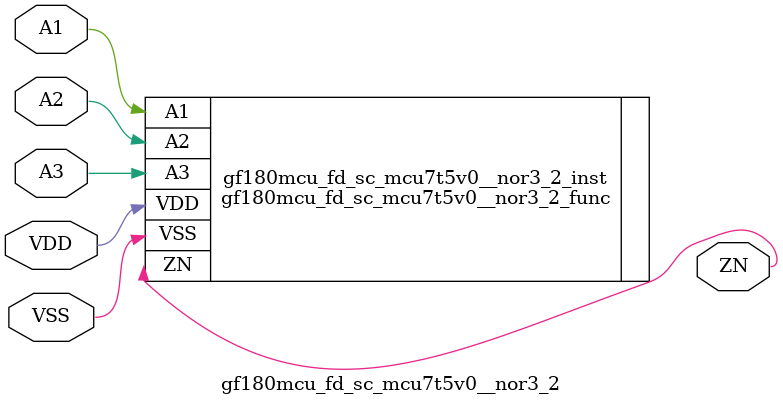
<source format=v>

module gf180mcu_fd_sc_mcu7t5v0__nor3_2( ZN, A3, A2, A1, VDD, VSS );
input A1, A2, A3;
inout VDD, VSS;
output ZN;

   `ifdef FUNCTIONAL  //  functional //

	gf180mcu_fd_sc_mcu7t5v0__nor3_2_func gf180mcu_fd_sc_mcu7t5v0__nor3_2_behav_inst(.ZN(ZN),.A3(A3),.A2(A2),.A1(A1),.VDD(VDD),.VSS(VSS));

   `else

	gf180mcu_fd_sc_mcu7t5v0__nor3_2_func gf180mcu_fd_sc_mcu7t5v0__nor3_2_inst(.ZN(ZN),.A3(A3),.A2(A2),.A1(A1),.VDD(VDD),.VSS(VSS));

	// spec_gates_begin


	// spec_gates_end



   specify

	// specify_block_begin

	// comb arc A1 --> ZN
	 (A1 => ZN) = (1.0,1.0);

	// comb arc A2 --> ZN
	 (A2 => ZN) = (1.0,1.0);

	// comb arc A3 --> ZN
	 (A3 => ZN) = (1.0,1.0);

	// specify_block_end

   endspecify

   `endif

endmodule

</source>
